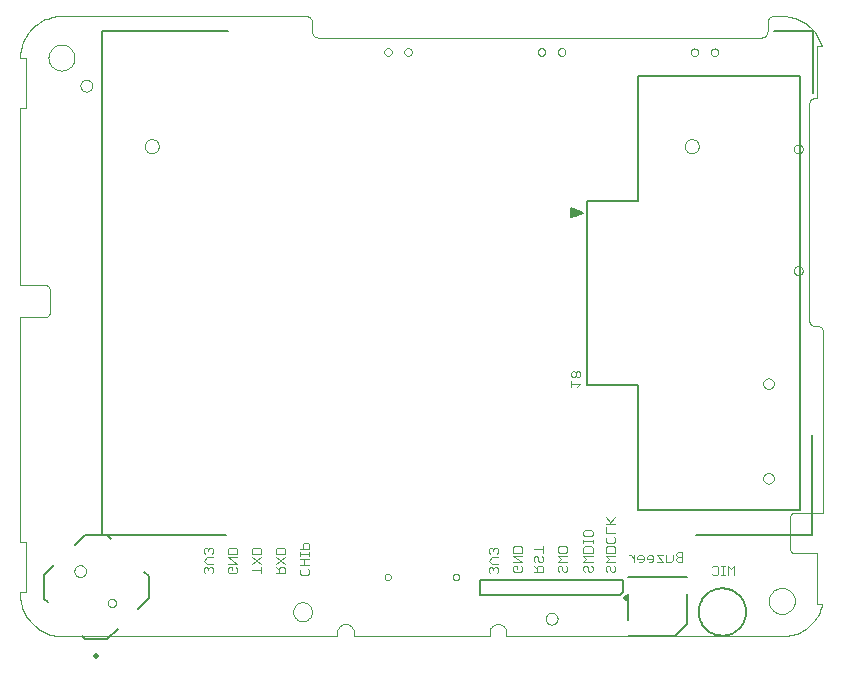
<source format=gbo>
G75*
G70*
%OFA0B0*%
%FSLAX24Y24*%
%IPPOS*%
%LPD*%
%AMOC8*
5,1,8,0,0,1.08239X$1,22.5*
%
%ADD10C,0.0040*%
%ADD11C,0.0000*%
%ADD12C,0.0060*%
%ADD13C,0.0000*%
%ADD14C,0.0050*%
%ADD15C,0.0200*%
D10*
X006775Y003647D02*
X006827Y003596D01*
X006775Y003647D02*
X006775Y003751D01*
X006827Y003802D01*
X006878Y003802D01*
X006930Y003751D01*
X006930Y003699D01*
X006930Y003751D02*
X006982Y003802D01*
X007034Y003802D01*
X007085Y003751D01*
X007085Y003647D01*
X007034Y003596D01*
X007085Y003918D02*
X006878Y003918D01*
X006775Y004021D01*
X006878Y004125D01*
X007085Y004125D01*
X007034Y004240D02*
X007085Y004292D01*
X007085Y004395D01*
X007034Y004447D01*
X006982Y004447D01*
X006930Y004395D01*
X006878Y004447D01*
X006827Y004447D01*
X006775Y004395D01*
X006775Y004292D01*
X006827Y004240D01*
X006930Y004343D02*
X006930Y004395D01*
X007575Y004395D02*
X007627Y004447D01*
X007834Y004447D01*
X007885Y004395D01*
X007885Y004240D01*
X007575Y004240D01*
X007575Y004395D01*
X007575Y004125D02*
X007885Y004125D01*
X007885Y003918D02*
X007575Y004125D01*
X007575Y003918D02*
X007885Y003918D01*
X007834Y003802D02*
X007885Y003751D01*
X007885Y003647D01*
X007834Y003596D01*
X007627Y003596D01*
X007575Y003647D01*
X007575Y003751D01*
X007627Y003802D01*
X007730Y003802D01*
X007730Y003699D01*
X008375Y003699D02*
X008685Y003699D01*
X008685Y003596D02*
X008685Y003802D01*
X008685Y003918D02*
X008375Y004125D01*
X008375Y004240D02*
X008375Y004395D01*
X008427Y004447D01*
X008634Y004447D01*
X008685Y004395D01*
X008685Y004240D01*
X008375Y004240D01*
X008375Y003918D02*
X008685Y004125D01*
X009175Y004125D02*
X009485Y003918D01*
X009434Y003802D02*
X009485Y003751D01*
X009485Y003596D01*
X009175Y003596D01*
X009278Y003596D02*
X009278Y003751D01*
X009330Y003802D01*
X009434Y003802D01*
X009278Y003699D02*
X009175Y003802D01*
X009175Y003918D02*
X009485Y004125D01*
X009485Y004240D02*
X009175Y004240D01*
X009175Y004395D01*
X009227Y004447D01*
X009434Y004447D01*
X009485Y004395D01*
X009485Y004240D01*
X009975Y004242D02*
X010285Y004242D01*
X010285Y004293D02*
X010285Y004190D01*
X010285Y004075D02*
X009975Y004075D01*
X009975Y004190D02*
X009975Y004293D01*
X009975Y004405D02*
X010285Y004405D01*
X010285Y004560D01*
X010234Y004612D01*
X010130Y004612D01*
X010078Y004560D01*
X010078Y004405D01*
X010130Y004075D02*
X010130Y003868D01*
X009975Y003868D02*
X010285Y003868D01*
X010234Y003752D02*
X010285Y003701D01*
X010285Y003597D01*
X010234Y003546D01*
X010027Y003546D01*
X009975Y003597D01*
X009975Y003701D01*
X010027Y003752D01*
X016275Y003751D02*
X016275Y003647D01*
X016327Y003596D01*
X016430Y003699D02*
X016430Y003751D01*
X016378Y003802D01*
X016327Y003802D01*
X016275Y003751D01*
X016430Y003751D02*
X016482Y003802D01*
X016534Y003802D01*
X016585Y003751D01*
X016585Y003647D01*
X016534Y003596D01*
X016585Y003918D02*
X016378Y003918D01*
X016275Y004021D01*
X016378Y004125D01*
X016585Y004125D01*
X016534Y004240D02*
X016585Y004292D01*
X016585Y004395D01*
X016534Y004447D01*
X016482Y004447D01*
X016430Y004395D01*
X016378Y004447D01*
X016327Y004447D01*
X016275Y004395D01*
X016275Y004292D01*
X016327Y004240D01*
X016430Y004343D02*
X016430Y004395D01*
X017075Y004445D02*
X017127Y004497D01*
X017334Y004497D01*
X017385Y004445D01*
X017385Y004290D01*
X017075Y004290D01*
X017075Y004445D01*
X017775Y004393D02*
X018085Y004393D01*
X018085Y004290D02*
X018085Y004497D01*
X018575Y004445D02*
X018575Y004342D01*
X018627Y004290D01*
X018834Y004290D01*
X018885Y004342D01*
X018885Y004445D01*
X018834Y004497D01*
X018627Y004497D01*
X018575Y004445D01*
X019425Y004445D02*
X019425Y004290D01*
X019735Y004290D01*
X019735Y004445D01*
X019684Y004497D01*
X019477Y004497D01*
X019425Y004445D01*
X019425Y004612D02*
X019425Y004716D01*
X019425Y004664D02*
X019735Y004664D01*
X019735Y004612D02*
X019735Y004716D01*
X019684Y004827D02*
X019477Y004827D01*
X019425Y004879D01*
X019425Y004982D01*
X019477Y005034D01*
X019684Y005034D01*
X019735Y004982D01*
X019735Y004879D01*
X019684Y004827D01*
X020175Y004767D02*
X020227Y004819D01*
X020175Y004767D02*
X020175Y004664D01*
X020227Y004612D01*
X020434Y004612D01*
X020485Y004664D01*
X020485Y004767D01*
X020434Y004819D01*
X020485Y004935D02*
X020175Y004935D01*
X020175Y005141D01*
X020175Y005257D02*
X020485Y005257D01*
X020330Y005309D02*
X020175Y005464D01*
X020278Y005257D02*
X020485Y005464D01*
X020434Y004497D02*
X020227Y004497D01*
X020175Y004445D01*
X020175Y004290D01*
X020485Y004290D01*
X020485Y004445D01*
X020434Y004497D01*
X020485Y004175D02*
X020175Y004175D01*
X020278Y004071D01*
X020175Y003968D01*
X020485Y003968D01*
X020434Y003852D02*
X020485Y003801D01*
X020485Y003697D01*
X020434Y003646D01*
X020382Y003646D01*
X020330Y003697D01*
X020330Y003801D01*
X020278Y003852D01*
X020227Y003852D01*
X020175Y003801D01*
X020175Y003697D01*
X020227Y003646D01*
X019735Y003697D02*
X019684Y003646D01*
X019632Y003646D01*
X019580Y003697D01*
X019580Y003801D01*
X019528Y003852D01*
X019477Y003852D01*
X019425Y003801D01*
X019425Y003697D01*
X019477Y003646D01*
X019735Y003697D02*
X019735Y003801D01*
X019684Y003852D01*
X019735Y003968D02*
X019425Y003968D01*
X019528Y004071D01*
X019425Y004175D01*
X019735Y004175D01*
X018885Y004175D02*
X018575Y004175D01*
X018678Y004071D01*
X018575Y003968D01*
X018885Y003968D01*
X018834Y003852D02*
X018885Y003801D01*
X018885Y003697D01*
X018834Y003646D01*
X018782Y003646D01*
X018730Y003697D01*
X018730Y003801D01*
X018678Y003852D01*
X018627Y003852D01*
X018575Y003801D01*
X018575Y003697D01*
X018627Y003646D01*
X018085Y003646D02*
X018085Y003801D01*
X018034Y003852D01*
X017930Y003852D01*
X017878Y003801D01*
X017878Y003646D01*
X017878Y003749D02*
X017775Y003852D01*
X017827Y003968D02*
X017775Y004020D01*
X017775Y004123D01*
X017827Y004175D01*
X017878Y004175D01*
X017930Y004123D01*
X017930Y004020D01*
X017982Y003968D01*
X018034Y003968D01*
X018085Y004020D01*
X018085Y004123D01*
X018034Y004175D01*
X017385Y004175D02*
X017075Y004175D01*
X017385Y003968D01*
X017075Y003968D01*
X017127Y003852D02*
X017230Y003852D01*
X017230Y003749D01*
X017127Y003852D02*
X017075Y003801D01*
X017075Y003697D01*
X017127Y003646D01*
X017334Y003646D01*
X017385Y003697D01*
X017385Y003801D01*
X017334Y003852D01*
X017775Y003646D02*
X018085Y003646D01*
X020961Y004192D02*
X021013Y004192D01*
X021116Y004088D01*
X021116Y003985D02*
X021116Y004192D01*
X021231Y004140D02*
X021231Y004088D01*
X021438Y004088D01*
X021438Y004037D02*
X021438Y004140D01*
X021387Y004192D01*
X021283Y004192D01*
X021231Y004140D01*
X021283Y003985D02*
X021387Y003985D01*
X021438Y004037D01*
X021554Y004088D02*
X021761Y004088D01*
X021761Y004037D02*
X021761Y004140D01*
X021709Y004192D01*
X021605Y004192D01*
X021554Y004140D01*
X021554Y004088D01*
X021605Y003985D02*
X021709Y003985D01*
X021761Y004037D01*
X021876Y003985D02*
X022083Y003985D01*
X021876Y004192D01*
X022083Y004192D01*
X022198Y004192D02*
X022198Y003985D01*
X022353Y003985D01*
X022405Y004037D01*
X022405Y004192D01*
X022521Y004192D02*
X022572Y004140D01*
X022727Y004140D01*
X022572Y004140D02*
X022521Y004088D01*
X022521Y004037D01*
X022572Y003985D01*
X022727Y003985D01*
X022727Y004295D01*
X022572Y004295D01*
X022521Y004243D01*
X022521Y004192D01*
X023713Y003793D02*
X023765Y003845D01*
X023868Y003845D01*
X023920Y003793D01*
X023920Y003587D01*
X023868Y003535D01*
X023765Y003535D01*
X023713Y003587D01*
X024031Y003535D02*
X024135Y003535D01*
X024083Y003535D02*
X024083Y003845D01*
X024135Y003845D02*
X024031Y003845D01*
X024250Y003845D02*
X024250Y003535D01*
X024457Y003535D02*
X024457Y003845D01*
X024353Y003742D01*
X024250Y003845D01*
X019223Y009810D02*
X019326Y009914D01*
X019016Y009914D01*
X019016Y010017D02*
X019016Y009810D01*
X019068Y010133D02*
X019120Y010133D01*
X019171Y010184D01*
X019171Y010288D01*
X019120Y010339D01*
X019068Y010339D01*
X019016Y010288D01*
X019016Y010184D01*
X019068Y010133D01*
X019171Y010184D02*
X019223Y010133D01*
X019275Y010133D01*
X019326Y010184D01*
X019326Y010288D01*
X019275Y010339D01*
X019223Y010339D01*
X019171Y010288D01*
D11*
X026953Y012034D02*
X026953Y012034D01*
X026953Y012034D01*
X026953Y012034D01*
X026953Y012034D01*
X026953Y012034D01*
X026953Y012034D01*
X026953Y012034D01*
X026953Y012034D01*
X026953Y012034D01*
X026953Y012034D01*
X026953Y019239D01*
X026953Y019239D01*
X026953Y019239D01*
X026953Y019239D01*
X026953Y019239D01*
X026953Y019239D01*
X026953Y019239D01*
X026953Y019239D01*
X026953Y019239D01*
X026953Y019239D01*
X026953Y019239D01*
X026955Y019265D01*
X026960Y019290D01*
X026968Y019314D01*
X026979Y019338D01*
X026994Y019359D01*
X027011Y019378D01*
X027030Y019395D01*
X027051Y019410D01*
X027075Y019421D01*
X027099Y019429D01*
X027124Y019434D01*
X027150Y019436D01*
X027229Y019436D01*
X027229Y021182D01*
X027368Y021182D01*
X027369Y021183D02*
X027346Y021253D01*
X027319Y021321D01*
X027289Y021388D01*
X027255Y021454D01*
X027218Y021517D01*
X027177Y021578D01*
X027134Y021638D01*
X027087Y021694D01*
X027037Y021748D01*
X026985Y021800D01*
X026929Y021848D01*
X026872Y021894D01*
X026811Y021936D01*
X026749Y021975D01*
X026685Y022011D01*
X026619Y022043D01*
X026551Y022072D01*
X026482Y022097D01*
X026411Y022118D01*
X026340Y022136D01*
X026268Y022149D01*
X026195Y022159D01*
X026122Y022165D01*
X026048Y022167D01*
X025764Y022167D01*
X025764Y022167D01*
X025764Y022167D01*
X025764Y022167D01*
X025764Y022167D01*
X025764Y022167D01*
X025764Y022167D01*
X025764Y022167D01*
X025764Y022167D01*
X025764Y022167D01*
X025764Y022167D01*
X025738Y022165D01*
X025712Y022160D01*
X025688Y022152D01*
X025664Y022140D01*
X025643Y022125D01*
X025623Y022108D01*
X025606Y022088D01*
X025592Y022066D01*
X025581Y022042D01*
X025573Y022017D01*
X025568Y021991D01*
X025567Y021965D01*
X025567Y021965D01*
X025567Y021965D01*
X025567Y021965D01*
X025567Y021965D01*
X025567Y021965D01*
X025567Y021965D01*
X025567Y021965D01*
X025567Y021965D01*
X025567Y021965D01*
X025567Y021965D01*
X025567Y021663D01*
X025567Y021663D01*
X025567Y021663D01*
X025567Y021663D01*
X025567Y021663D01*
X025567Y021663D01*
X025567Y021663D01*
X025567Y021663D01*
X025567Y021663D01*
X025567Y021663D01*
X025567Y021663D01*
X025566Y021637D01*
X025561Y021611D01*
X025553Y021586D01*
X025542Y021562D01*
X025528Y021540D01*
X025511Y021520D01*
X025491Y021502D01*
X025470Y021487D01*
X025447Y021475D01*
X025422Y021466D01*
X025396Y021460D01*
X025370Y021458D01*
X010583Y021458D01*
X010583Y021458D01*
X010583Y021458D01*
X010583Y021458D01*
X010583Y021458D01*
X010583Y021458D01*
X010583Y021458D01*
X010583Y021458D01*
X010583Y021458D01*
X010583Y021458D01*
X010583Y021458D01*
X010557Y021460D01*
X010532Y021465D01*
X010508Y021473D01*
X010484Y021484D01*
X010463Y021499D01*
X010444Y021516D01*
X010427Y021535D01*
X010412Y021556D01*
X010401Y021580D01*
X010393Y021604D01*
X010388Y021629D01*
X010386Y021655D01*
X010387Y021655D02*
X010387Y021970D01*
X010387Y021970D01*
X010387Y021970D01*
X010387Y021970D01*
X010387Y021970D01*
X010387Y021970D01*
X010387Y021970D01*
X010387Y021970D01*
X010387Y021970D01*
X010387Y021970D01*
X010387Y021970D01*
X010385Y021996D01*
X010380Y022021D01*
X010372Y022045D01*
X010361Y022069D01*
X010346Y022090D01*
X010329Y022109D01*
X010310Y022126D01*
X010289Y022141D01*
X010265Y022152D01*
X010241Y022160D01*
X010216Y022165D01*
X010190Y022167D01*
X001926Y022167D01*
X001924Y022167D01*
X002032Y022167D02*
X002032Y022167D01*
X002032Y022167D01*
X002032Y022167D01*
X002032Y022167D01*
X002032Y022167D01*
X002032Y022167D01*
X002032Y022167D01*
X002032Y022167D01*
X002032Y022167D01*
X002032Y022167D01*
X001599Y020789D02*
X001601Y020830D01*
X001607Y020871D01*
X001617Y020911D01*
X001630Y020950D01*
X001647Y020987D01*
X001668Y021023D01*
X001692Y021057D01*
X001719Y021088D01*
X001748Y021116D01*
X001781Y021142D01*
X001815Y021164D01*
X001852Y021183D01*
X001890Y021198D01*
X001930Y021210D01*
X001970Y021218D01*
X002011Y021222D01*
X002053Y021222D01*
X002094Y021218D01*
X002134Y021210D01*
X002174Y021198D01*
X002212Y021183D01*
X002248Y021164D01*
X002283Y021142D01*
X002316Y021116D01*
X002345Y021088D01*
X002372Y021057D01*
X002396Y021023D01*
X002417Y020987D01*
X002434Y020950D01*
X002447Y020911D01*
X002457Y020871D01*
X002463Y020830D01*
X002465Y020789D01*
X002463Y020748D01*
X002457Y020707D01*
X002447Y020667D01*
X002434Y020628D01*
X002417Y020591D01*
X002396Y020555D01*
X002372Y020521D01*
X002345Y020490D01*
X002316Y020462D01*
X002283Y020436D01*
X002249Y020414D01*
X002212Y020395D01*
X002174Y020380D01*
X002134Y020368D01*
X002094Y020360D01*
X002053Y020356D01*
X002011Y020356D01*
X001970Y020360D01*
X001930Y020368D01*
X001890Y020380D01*
X001852Y020395D01*
X001816Y020414D01*
X001781Y020436D01*
X001748Y020462D01*
X001719Y020490D01*
X001692Y020521D01*
X001668Y020555D01*
X001647Y020591D01*
X001630Y020628D01*
X001617Y020667D01*
X001607Y020707D01*
X001601Y020748D01*
X001599Y020789D01*
X000654Y020789D02*
X000656Y020863D01*
X000662Y020936D01*
X000672Y021009D01*
X000686Y021081D01*
X000703Y021153D01*
X000725Y021223D01*
X000750Y021292D01*
X000778Y021360D01*
X000811Y021426D01*
X000846Y021490D01*
X000885Y021553D01*
X000928Y021613D01*
X000973Y021671D01*
X001022Y021726D01*
X001073Y021779D01*
X001127Y021829D01*
X001183Y021876D01*
X001242Y021920D01*
X001304Y021960D01*
X001367Y021998D01*
X001432Y022032D01*
X001499Y022062D01*
X001568Y022089D01*
X001638Y022112D01*
X001708Y022132D01*
X001780Y022147D01*
X001853Y022159D01*
X001926Y022167D01*
X000851Y020789D02*
X000654Y020789D01*
X000654Y020789D01*
X000851Y020789D02*
X000851Y020789D01*
X000851Y020789D01*
X000851Y020789D01*
X000851Y020789D01*
X000851Y020789D01*
X000851Y019107D01*
X000851Y019107D01*
X000851Y019107D01*
X000851Y019107D01*
X000851Y019107D01*
X000851Y019107D01*
X000654Y019107D01*
X000654Y013202D01*
X000654Y013202D01*
X000654Y013202D01*
X000654Y013202D01*
X000654Y013202D01*
X000654Y013202D01*
X001500Y013202D01*
X001500Y013202D01*
X001500Y013202D01*
X001500Y013202D01*
X001500Y013202D01*
X001500Y013202D01*
X001500Y013202D01*
X001500Y013202D01*
X001500Y013202D01*
X001500Y013202D01*
X001500Y013202D01*
X001522Y013200D01*
X001543Y013195D01*
X001563Y013187D01*
X001581Y013176D01*
X001598Y013162D01*
X001612Y013145D01*
X001623Y013127D01*
X001631Y013107D01*
X001636Y013086D01*
X001638Y013064D01*
X001638Y012277D01*
X001638Y012277D01*
X001638Y012277D01*
X001638Y012277D01*
X001638Y012277D01*
X001638Y012277D01*
X001638Y012277D01*
X001638Y012277D01*
X001638Y012277D01*
X001638Y012277D01*
X001638Y012277D01*
X001636Y012255D01*
X001631Y012234D01*
X001623Y012214D01*
X001612Y012196D01*
X001598Y012179D01*
X001581Y012165D01*
X001563Y012154D01*
X001543Y012146D01*
X001522Y012141D01*
X001500Y012139D01*
X000654Y012139D01*
X000654Y012139D01*
X000654Y012139D01*
X000654Y012139D01*
X000654Y012139D01*
X000654Y012139D01*
X000654Y004647D01*
X000851Y004647D01*
X000851Y002966D01*
X000654Y002966D01*
X000654Y002965D02*
X000653Y002891D01*
X000657Y002816D01*
X000665Y002742D01*
X000676Y002669D01*
X000691Y002596D01*
X000710Y002524D01*
X000733Y002453D01*
X000760Y002383D01*
X000790Y002315D01*
X000823Y002249D01*
X000860Y002184D01*
X000900Y002121D01*
X000944Y002061D01*
X000991Y002003D01*
X001040Y001947D01*
X001092Y001894D01*
X001148Y001844D01*
X001205Y001797D01*
X001265Y001752D01*
X001327Y001712D01*
X001392Y001674D01*
X001458Y001640D01*
X001526Y001609D01*
X001595Y001582D01*
X001666Y001558D01*
X001737Y001538D01*
X001810Y001522D01*
X001884Y001510D01*
X001958Y001501D01*
X002032Y001497D01*
X002032Y001497D01*
X002032Y001497D01*
X002032Y001497D01*
X002032Y001497D01*
X002032Y001497D01*
X002032Y001497D01*
X002032Y001497D01*
X002032Y001497D01*
X002032Y001497D01*
X002032Y001497D01*
X011226Y001497D01*
X011226Y001497D01*
X011226Y001497D01*
X011226Y001497D01*
X011226Y001497D01*
X011226Y001497D01*
X011226Y001497D01*
X011226Y001497D01*
X011226Y001497D01*
X011226Y001497D01*
X011226Y001497D01*
X011226Y001635D01*
X011226Y001635D01*
X011226Y001635D01*
X011226Y001635D01*
X011226Y001635D01*
X011226Y001635D01*
X011226Y001635D01*
X011226Y001635D01*
X011226Y001635D01*
X011226Y001635D01*
X011226Y001635D01*
X011228Y001667D01*
X011233Y001698D01*
X011243Y001729D01*
X011255Y001758D01*
X011271Y001786D01*
X011290Y001812D01*
X011312Y001835D01*
X011337Y001856D01*
X011364Y001873D01*
X011392Y001888D01*
X011422Y001898D01*
X011453Y001906D01*
X011485Y001910D01*
X011517Y001910D01*
X011549Y001906D01*
X011580Y001898D01*
X011610Y001888D01*
X011639Y001873D01*
X011665Y001856D01*
X011690Y001835D01*
X011712Y001812D01*
X011731Y001786D01*
X011747Y001758D01*
X011759Y001729D01*
X011769Y001698D01*
X011774Y001667D01*
X011776Y001635D01*
X011776Y001635D01*
X011776Y001635D01*
X011776Y001635D01*
X011776Y001635D01*
X011776Y001635D01*
X011776Y001635D01*
X011776Y001635D01*
X011776Y001635D01*
X011776Y001635D01*
X011776Y001635D01*
X011776Y001497D01*
X011776Y001497D01*
X011776Y001497D01*
X011776Y001497D01*
X011776Y001497D01*
X011776Y001497D01*
X011776Y001497D01*
X011776Y001497D01*
X011776Y001497D01*
X011776Y001497D01*
X011776Y001497D01*
X016304Y001497D01*
X016304Y001497D01*
X016304Y001497D01*
X016304Y001497D01*
X016304Y001497D01*
X016304Y001497D01*
X016304Y001497D01*
X016304Y001497D01*
X016304Y001497D01*
X016304Y001497D01*
X016304Y001497D01*
X016304Y001635D01*
X016304Y001635D01*
X016304Y001635D01*
X016304Y001635D01*
X016304Y001635D01*
X016304Y001635D01*
X016304Y001635D01*
X016304Y001635D01*
X016304Y001635D01*
X016304Y001635D01*
X016304Y001635D01*
X016306Y001667D01*
X016311Y001699D01*
X016321Y001729D01*
X016333Y001759D01*
X016349Y001787D01*
X016369Y001812D01*
X016391Y001836D01*
X016415Y001856D01*
X016442Y001874D01*
X016471Y001888D01*
X016501Y001899D01*
X016532Y001907D01*
X016564Y001911D01*
X016596Y001911D01*
X016628Y001907D01*
X016659Y001899D01*
X016689Y001888D01*
X016718Y001874D01*
X016745Y001856D01*
X016769Y001836D01*
X016791Y001812D01*
X016811Y001787D01*
X016827Y001759D01*
X016839Y001729D01*
X016849Y001699D01*
X016854Y001667D01*
X016856Y001635D01*
X016856Y001497D01*
X016856Y001497D01*
X016856Y001497D01*
X016856Y001497D01*
X016856Y001497D01*
X016856Y001497D01*
X026048Y001497D01*
X026048Y001497D01*
X026048Y001497D01*
X026048Y001497D01*
X026048Y001497D01*
X026048Y001497D01*
X026048Y001497D01*
X026048Y001497D01*
X026048Y001497D01*
X026048Y001497D01*
X026048Y001497D01*
X025615Y002678D02*
X025617Y002719D01*
X025623Y002760D01*
X025633Y002800D01*
X025646Y002839D01*
X025663Y002876D01*
X025684Y002912D01*
X025708Y002946D01*
X025735Y002977D01*
X025764Y003005D01*
X025797Y003031D01*
X025831Y003053D01*
X025868Y003072D01*
X025906Y003087D01*
X025946Y003099D01*
X025986Y003107D01*
X026027Y003111D01*
X026069Y003111D01*
X026110Y003107D01*
X026150Y003099D01*
X026190Y003087D01*
X026228Y003072D01*
X026264Y003053D01*
X026299Y003031D01*
X026332Y003005D01*
X026361Y002977D01*
X026388Y002946D01*
X026412Y002912D01*
X026433Y002876D01*
X026450Y002839D01*
X026463Y002800D01*
X026473Y002760D01*
X026479Y002719D01*
X026481Y002678D01*
X026479Y002637D01*
X026473Y002596D01*
X026463Y002556D01*
X026450Y002517D01*
X026433Y002480D01*
X026412Y002444D01*
X026388Y002410D01*
X026361Y002379D01*
X026332Y002351D01*
X026299Y002325D01*
X026265Y002303D01*
X026228Y002284D01*
X026190Y002269D01*
X026150Y002257D01*
X026110Y002249D01*
X026069Y002245D01*
X026027Y002245D01*
X025986Y002249D01*
X025946Y002257D01*
X025906Y002269D01*
X025868Y002284D01*
X025832Y002303D01*
X025797Y002325D01*
X025764Y002351D01*
X025735Y002379D01*
X025708Y002410D01*
X025684Y002444D01*
X025663Y002480D01*
X025646Y002517D01*
X025633Y002556D01*
X025623Y002596D01*
X025617Y002637D01*
X025615Y002678D01*
X026048Y001497D02*
X026119Y001499D01*
X026191Y001504D01*
X026262Y001514D01*
X026332Y001527D01*
X026402Y001543D01*
X026470Y001563D01*
X026538Y001587D01*
X026604Y001614D01*
X026668Y001645D01*
X026731Y001678D01*
X026792Y001715D01*
X026852Y001756D01*
X026909Y001799D01*
X026963Y001845D01*
X027015Y001894D01*
X027065Y001945D01*
X027112Y001999D01*
X027156Y002056D01*
X027197Y002114D01*
X027235Y002175D01*
X027269Y002237D01*
X027301Y002301D01*
X027329Y002367D01*
X027354Y002434D01*
X027375Y002503D01*
X027392Y002572D01*
X027229Y002572D01*
X027229Y004268D01*
X026460Y004268D01*
X026460Y004268D01*
X026460Y004268D01*
X026460Y004268D01*
X026460Y004268D01*
X026460Y004268D01*
X026460Y004268D01*
X026460Y004268D01*
X026460Y004268D01*
X026460Y004268D01*
X026460Y004268D01*
X026438Y004270D01*
X026417Y004275D01*
X026397Y004283D01*
X026379Y004294D01*
X026362Y004308D01*
X026348Y004325D01*
X026337Y004343D01*
X026329Y004363D01*
X026324Y004384D01*
X026322Y004406D01*
X026322Y005469D01*
X026322Y005469D01*
X026322Y005469D01*
X026322Y005469D01*
X026322Y005469D01*
X026322Y005469D01*
X026322Y005469D01*
X026322Y005469D01*
X026322Y005469D01*
X026322Y005469D01*
X026322Y005469D01*
X026324Y005491D01*
X026329Y005512D01*
X026337Y005532D01*
X026348Y005550D01*
X026362Y005567D01*
X026379Y005581D01*
X026397Y005592D01*
X026417Y005600D01*
X026438Y005605D01*
X026460Y005607D01*
X026460Y005607D01*
X026460Y005607D01*
X026460Y005607D01*
X026460Y005607D01*
X026460Y005607D01*
X026460Y005607D01*
X026460Y005607D01*
X026460Y005607D01*
X026460Y005607D01*
X026460Y005607D01*
X027426Y005607D01*
X027426Y005607D01*
X027426Y005607D01*
X027426Y005607D01*
X027426Y005607D01*
X027426Y005607D01*
X027426Y011640D01*
X027426Y011640D01*
X027426Y011640D01*
X027426Y011640D01*
X027426Y011640D01*
X027426Y011640D01*
X027426Y011640D01*
X027426Y011640D01*
X027426Y011640D01*
X027426Y011640D01*
X027426Y011640D01*
X027424Y011666D01*
X027419Y011691D01*
X027411Y011715D01*
X027400Y011739D01*
X027385Y011760D01*
X027368Y011779D01*
X027349Y011796D01*
X027328Y011811D01*
X027304Y011822D01*
X027280Y011830D01*
X027255Y011835D01*
X027229Y011837D01*
X027229Y011837D01*
X027229Y011837D01*
X027229Y011837D01*
X027229Y011837D01*
X027229Y011837D01*
X027229Y011837D01*
X027229Y011837D01*
X027229Y011837D01*
X027229Y011837D01*
X027229Y011837D01*
X027150Y011837D01*
X027150Y011837D01*
X027150Y011837D01*
X027150Y011837D01*
X027150Y011837D01*
X027150Y011837D01*
X027150Y011837D01*
X027150Y011837D01*
X027150Y011837D01*
X027150Y011837D01*
X027150Y011837D01*
X027124Y011839D01*
X027099Y011844D01*
X027075Y011852D01*
X027051Y011863D01*
X027030Y011878D01*
X027011Y011895D01*
X026994Y011914D01*
X026979Y011935D01*
X026968Y011959D01*
X026960Y011983D01*
X026955Y012008D01*
X026953Y012034D01*
X027426Y005607D02*
X027426Y005607D01*
X027426Y005607D01*
X027426Y005607D01*
X027426Y005607D01*
X027426Y005607D01*
X026322Y004406D02*
X026322Y004406D01*
X026322Y004406D01*
X026322Y004406D01*
X026322Y004406D01*
X026322Y004406D01*
X026322Y004406D01*
X026322Y004406D01*
X026322Y004406D01*
X026322Y004406D01*
X026322Y004406D01*
X018175Y002083D02*
X018177Y002110D01*
X018183Y002137D01*
X018192Y002163D01*
X018205Y002187D01*
X018221Y002210D01*
X018240Y002229D01*
X018262Y002246D01*
X018286Y002260D01*
X018311Y002270D01*
X018338Y002277D01*
X018365Y002280D01*
X018393Y002279D01*
X018420Y002274D01*
X018446Y002266D01*
X018470Y002254D01*
X018493Y002238D01*
X018514Y002220D01*
X018531Y002199D01*
X018546Y002175D01*
X018557Y002150D01*
X018565Y002124D01*
X018569Y002097D01*
X018569Y002069D01*
X018565Y002042D01*
X018557Y002016D01*
X018546Y001991D01*
X018531Y001967D01*
X018514Y001946D01*
X018493Y001928D01*
X018471Y001912D01*
X018446Y001900D01*
X018420Y001892D01*
X018393Y001887D01*
X018365Y001886D01*
X018338Y001889D01*
X018311Y001896D01*
X018286Y001906D01*
X018262Y001920D01*
X018240Y001937D01*
X018221Y001956D01*
X018205Y001979D01*
X018192Y002003D01*
X018183Y002029D01*
X018177Y002056D01*
X018175Y002083D01*
X016856Y001635D02*
X016856Y001635D01*
X016856Y001635D01*
X016856Y001635D01*
X016856Y001635D01*
X016856Y001635D01*
X016856Y001635D01*
X016856Y001635D01*
X016856Y001635D01*
X016856Y001635D01*
X016856Y001635D01*
X016856Y001497D02*
X016856Y001497D01*
X016856Y001497D01*
X016856Y001497D01*
X016856Y001497D01*
X016856Y001497D01*
X001500Y012139D02*
X001500Y012139D01*
X001500Y012139D01*
X001500Y012139D01*
X001500Y012139D01*
X001500Y012139D01*
X001500Y012139D01*
X001500Y012139D01*
X001500Y012139D01*
X001500Y012139D01*
X001500Y012139D01*
X000654Y012139D02*
X000654Y012139D01*
X000654Y012139D01*
X000654Y012139D01*
X000654Y012139D01*
X000654Y012139D01*
X000654Y013202D02*
X000654Y013202D01*
X000654Y013202D01*
X000654Y013202D01*
X000654Y013202D01*
X000654Y013202D01*
X001638Y013064D02*
X001638Y013064D01*
X001638Y013064D01*
X001638Y013064D01*
X001638Y013064D01*
X001638Y013064D01*
X001638Y013064D01*
X001638Y013064D01*
X001638Y013064D01*
X001638Y013064D01*
X001638Y013064D01*
X000851Y019107D02*
X000851Y019107D01*
X000851Y019107D01*
X000851Y019107D01*
X000851Y019107D01*
X000851Y019107D01*
X002663Y019853D02*
X002665Y019880D01*
X002671Y019907D01*
X002680Y019933D01*
X002693Y019957D01*
X002709Y019980D01*
X002728Y019999D01*
X002750Y020016D01*
X002774Y020030D01*
X002799Y020040D01*
X002826Y020047D01*
X002853Y020050D01*
X002881Y020049D01*
X002908Y020044D01*
X002934Y020036D01*
X002958Y020024D01*
X002981Y020008D01*
X003002Y019990D01*
X003019Y019969D01*
X003034Y019945D01*
X003045Y019920D01*
X003053Y019894D01*
X003057Y019867D01*
X003057Y019839D01*
X003053Y019812D01*
X003045Y019786D01*
X003034Y019761D01*
X003019Y019737D01*
X003002Y019716D01*
X002981Y019698D01*
X002959Y019682D01*
X002934Y019670D01*
X002908Y019662D01*
X002881Y019657D01*
X002853Y019656D01*
X002826Y019659D01*
X002799Y019666D01*
X002774Y019676D01*
X002750Y019690D01*
X002728Y019707D01*
X002709Y019726D01*
X002693Y019749D01*
X002680Y019773D01*
X002671Y019799D01*
X002665Y019826D01*
X002663Y019853D01*
X000851Y020789D02*
X000851Y020789D01*
X000851Y020789D01*
X000851Y020789D01*
X000851Y020789D01*
X000851Y020789D01*
X010190Y022167D02*
X010190Y022167D01*
X010190Y022167D01*
X010190Y022167D01*
X010190Y022167D01*
X010190Y022167D01*
X010190Y022167D01*
X010190Y022167D01*
X010190Y022167D01*
X010190Y022167D01*
X010190Y022167D01*
X010387Y021655D02*
X010387Y021655D01*
X010387Y021655D01*
X010387Y021655D01*
X010387Y021655D01*
X010387Y021655D01*
X010387Y021655D01*
X010387Y021655D01*
X010387Y021655D01*
X010387Y021655D01*
X010387Y021655D01*
X025370Y021458D02*
X025370Y021458D01*
X025370Y021458D01*
X025370Y021458D01*
X025370Y021458D01*
X025370Y021458D01*
X025370Y021458D01*
X025370Y021458D01*
X025370Y021458D01*
X025370Y021458D01*
X025370Y021458D01*
X026048Y022167D02*
X026048Y022167D01*
X026048Y022167D01*
X026048Y022167D01*
X026048Y022167D01*
X026048Y022167D01*
X026048Y022167D01*
X026048Y022167D01*
X026048Y022167D01*
X026048Y022167D01*
X026048Y022167D01*
X027150Y019436D02*
X027150Y019436D01*
X027150Y019436D01*
X027150Y019436D01*
X027150Y019436D01*
X027150Y019436D01*
X027150Y019436D01*
X027150Y019436D01*
X027150Y019436D01*
X027150Y019436D01*
X027150Y019436D01*
D12*
X027088Y019619D02*
X027088Y021665D01*
X025792Y021665D01*
X007580Y021665D02*
X003368Y021665D01*
X003368Y004885D01*
X007522Y004885D01*
X023196Y004885D02*
X027060Y004885D01*
X027060Y008201D01*
D13*
X025424Y006766D02*
X025426Y006792D01*
X025432Y006818D01*
X025442Y006843D01*
X025455Y006866D01*
X025471Y006886D01*
X025491Y006904D01*
X025513Y006919D01*
X025536Y006931D01*
X025562Y006939D01*
X025588Y006943D01*
X025614Y006943D01*
X025640Y006939D01*
X025666Y006931D01*
X025690Y006919D01*
X025711Y006904D01*
X025731Y006886D01*
X025747Y006866D01*
X025760Y006843D01*
X025770Y006818D01*
X025776Y006792D01*
X025778Y006766D01*
X025776Y006740D01*
X025770Y006714D01*
X025760Y006689D01*
X025747Y006666D01*
X025731Y006646D01*
X025711Y006628D01*
X025689Y006613D01*
X025666Y006601D01*
X025640Y006593D01*
X025614Y006589D01*
X025588Y006589D01*
X025562Y006593D01*
X025536Y006601D01*
X025512Y006613D01*
X025491Y006628D01*
X025471Y006646D01*
X025455Y006666D01*
X025442Y006689D01*
X025432Y006714D01*
X025426Y006740D01*
X025424Y006766D01*
X025424Y009916D02*
X025426Y009942D01*
X025432Y009968D01*
X025442Y009993D01*
X025455Y010016D01*
X025471Y010036D01*
X025491Y010054D01*
X025513Y010069D01*
X025536Y010081D01*
X025562Y010089D01*
X025588Y010093D01*
X025614Y010093D01*
X025640Y010089D01*
X025666Y010081D01*
X025690Y010069D01*
X025711Y010054D01*
X025731Y010036D01*
X025747Y010016D01*
X025760Y009993D01*
X025770Y009968D01*
X025776Y009942D01*
X025778Y009916D01*
X025776Y009890D01*
X025770Y009864D01*
X025760Y009839D01*
X025747Y009816D01*
X025731Y009796D01*
X025711Y009778D01*
X025689Y009763D01*
X025666Y009751D01*
X025640Y009743D01*
X025614Y009739D01*
X025588Y009739D01*
X025562Y009743D01*
X025536Y009751D01*
X025512Y009763D01*
X025491Y009778D01*
X025471Y009796D01*
X025455Y009816D01*
X025442Y009839D01*
X025432Y009864D01*
X025426Y009890D01*
X025424Y009916D01*
X026448Y013687D02*
X026450Y013711D01*
X026456Y013734D01*
X026465Y013756D01*
X026478Y013776D01*
X026493Y013794D01*
X026512Y013809D01*
X026533Y013821D01*
X026555Y013829D01*
X026578Y013834D01*
X026602Y013835D01*
X026626Y013832D01*
X026648Y013825D01*
X026670Y013815D01*
X026690Y013802D01*
X026707Y013785D01*
X026721Y013766D01*
X026732Y013745D01*
X026740Y013722D01*
X026744Y013699D01*
X026744Y013675D01*
X026740Y013652D01*
X026732Y013629D01*
X026721Y013608D01*
X026707Y013589D01*
X026690Y013572D01*
X026670Y013559D01*
X026648Y013549D01*
X026626Y013542D01*
X026602Y013539D01*
X026578Y013540D01*
X026555Y013545D01*
X026533Y013553D01*
X026512Y013565D01*
X026493Y013580D01*
X026478Y013598D01*
X026465Y013618D01*
X026456Y013640D01*
X026450Y013663D01*
X026448Y013687D01*
X026448Y017742D02*
X026450Y017766D01*
X026456Y017789D01*
X026465Y017811D01*
X026478Y017831D01*
X026493Y017849D01*
X026512Y017864D01*
X026533Y017876D01*
X026555Y017884D01*
X026578Y017889D01*
X026602Y017890D01*
X026626Y017887D01*
X026648Y017880D01*
X026670Y017870D01*
X026690Y017857D01*
X026707Y017840D01*
X026721Y017821D01*
X026732Y017800D01*
X026740Y017777D01*
X026744Y017754D01*
X026744Y017730D01*
X026740Y017707D01*
X026732Y017684D01*
X026721Y017663D01*
X026707Y017644D01*
X026690Y017627D01*
X026670Y017614D01*
X026648Y017604D01*
X026626Y017597D01*
X026602Y017594D01*
X026578Y017595D01*
X026555Y017600D01*
X026533Y017608D01*
X026512Y017620D01*
X026493Y017635D01*
X026478Y017653D01*
X026465Y017673D01*
X026456Y017695D01*
X026450Y017718D01*
X026448Y017742D01*
X022806Y017834D02*
X022808Y017864D01*
X022814Y017894D01*
X022823Y017923D01*
X022836Y017950D01*
X022853Y017975D01*
X022872Y017998D01*
X022895Y018019D01*
X022920Y018036D01*
X022946Y018050D01*
X022975Y018060D01*
X023004Y018067D01*
X023034Y018070D01*
X023065Y018069D01*
X023095Y018064D01*
X023124Y018055D01*
X023151Y018043D01*
X023177Y018028D01*
X023201Y018009D01*
X023222Y017987D01*
X023240Y017963D01*
X023255Y017936D01*
X023266Y017908D01*
X023274Y017879D01*
X023278Y017849D01*
X023278Y017819D01*
X023274Y017789D01*
X023266Y017760D01*
X023255Y017732D01*
X023240Y017705D01*
X023222Y017681D01*
X023201Y017659D01*
X023177Y017640D01*
X023151Y017625D01*
X023124Y017613D01*
X023095Y017604D01*
X023065Y017599D01*
X023034Y017598D01*
X023004Y017601D01*
X022975Y017608D01*
X022946Y017618D01*
X022920Y017632D01*
X022895Y017649D01*
X022872Y017670D01*
X022853Y017693D01*
X022836Y017718D01*
X022823Y017745D01*
X022814Y017774D01*
X022808Y017804D01*
X022806Y017834D01*
X023005Y020965D02*
X023007Y020987D01*
X023013Y021009D01*
X023022Y021029D01*
X023035Y021047D01*
X023051Y021063D01*
X023069Y021076D01*
X023089Y021085D01*
X023111Y021091D01*
X023133Y021093D01*
X023155Y021091D01*
X023177Y021085D01*
X023197Y021076D01*
X023215Y021063D01*
X023231Y021047D01*
X023244Y021029D01*
X023253Y021009D01*
X023259Y020987D01*
X023261Y020965D01*
X023259Y020943D01*
X023253Y020921D01*
X023244Y020901D01*
X023231Y020883D01*
X023215Y020867D01*
X023197Y020854D01*
X023177Y020845D01*
X023155Y020839D01*
X023133Y020837D01*
X023111Y020839D01*
X023089Y020845D01*
X023069Y020854D01*
X023051Y020867D01*
X023035Y020883D01*
X023022Y020901D01*
X023013Y020921D01*
X023007Y020943D01*
X023005Y020965D01*
X023674Y020965D02*
X023676Y020987D01*
X023682Y021009D01*
X023691Y021029D01*
X023704Y021047D01*
X023720Y021063D01*
X023738Y021076D01*
X023758Y021085D01*
X023780Y021091D01*
X023802Y021093D01*
X023824Y021091D01*
X023846Y021085D01*
X023866Y021076D01*
X023884Y021063D01*
X023900Y021047D01*
X023913Y021029D01*
X023922Y021009D01*
X023928Y020987D01*
X023930Y020965D01*
X023928Y020943D01*
X023922Y020921D01*
X023913Y020901D01*
X023900Y020883D01*
X023884Y020867D01*
X023866Y020854D01*
X023846Y020845D01*
X023824Y020839D01*
X023802Y020837D01*
X023780Y020839D01*
X023758Y020845D01*
X023738Y020854D01*
X023720Y020867D01*
X023704Y020883D01*
X023691Y020901D01*
X023682Y020921D01*
X023676Y020943D01*
X023674Y020965D01*
X018576Y020974D02*
X018578Y020996D01*
X018584Y021018D01*
X018593Y021038D01*
X018606Y021056D01*
X018622Y021072D01*
X018640Y021085D01*
X018660Y021094D01*
X018682Y021100D01*
X018704Y021102D01*
X018726Y021100D01*
X018748Y021094D01*
X018768Y021085D01*
X018786Y021072D01*
X018802Y021056D01*
X018815Y021038D01*
X018824Y021018D01*
X018830Y020996D01*
X018832Y020974D01*
X018830Y020952D01*
X018824Y020930D01*
X018815Y020910D01*
X018802Y020892D01*
X018786Y020876D01*
X018768Y020863D01*
X018748Y020854D01*
X018726Y020848D01*
X018704Y020846D01*
X018682Y020848D01*
X018660Y020854D01*
X018640Y020863D01*
X018622Y020876D01*
X018606Y020892D01*
X018593Y020910D01*
X018584Y020930D01*
X018578Y020952D01*
X018576Y020974D01*
X017907Y020974D02*
X017909Y020996D01*
X017915Y021018D01*
X017924Y021038D01*
X017937Y021056D01*
X017953Y021072D01*
X017971Y021085D01*
X017991Y021094D01*
X018013Y021100D01*
X018035Y021102D01*
X018057Y021100D01*
X018079Y021094D01*
X018099Y021085D01*
X018117Y021072D01*
X018133Y021056D01*
X018146Y021038D01*
X018155Y021018D01*
X018161Y020996D01*
X018163Y020974D01*
X018161Y020952D01*
X018155Y020930D01*
X018146Y020910D01*
X018133Y020892D01*
X018117Y020876D01*
X018099Y020863D01*
X018079Y020854D01*
X018057Y020848D01*
X018035Y020846D01*
X018013Y020848D01*
X017991Y020854D01*
X017971Y020863D01*
X017953Y020876D01*
X017937Y020892D01*
X017924Y020910D01*
X017915Y020930D01*
X017909Y020952D01*
X017907Y020974D01*
X013458Y020976D02*
X013460Y020998D01*
X013466Y021020D01*
X013475Y021040D01*
X013488Y021058D01*
X013504Y021074D01*
X013522Y021087D01*
X013542Y021096D01*
X013564Y021102D01*
X013586Y021104D01*
X013608Y021102D01*
X013630Y021096D01*
X013650Y021087D01*
X013668Y021074D01*
X013684Y021058D01*
X013697Y021040D01*
X013706Y021020D01*
X013712Y020998D01*
X013714Y020976D01*
X013712Y020954D01*
X013706Y020932D01*
X013697Y020912D01*
X013684Y020894D01*
X013668Y020878D01*
X013650Y020865D01*
X013630Y020856D01*
X013608Y020850D01*
X013586Y020848D01*
X013564Y020850D01*
X013542Y020856D01*
X013522Y020865D01*
X013504Y020878D01*
X013488Y020894D01*
X013475Y020912D01*
X013466Y020932D01*
X013460Y020954D01*
X013458Y020976D01*
X012788Y020976D02*
X012790Y020998D01*
X012796Y021020D01*
X012805Y021040D01*
X012818Y021058D01*
X012834Y021074D01*
X012852Y021087D01*
X012872Y021096D01*
X012894Y021102D01*
X012916Y021104D01*
X012938Y021102D01*
X012960Y021096D01*
X012980Y021087D01*
X012998Y021074D01*
X013014Y021058D01*
X013027Y021040D01*
X013036Y021020D01*
X013042Y020998D01*
X013044Y020976D01*
X013042Y020954D01*
X013036Y020932D01*
X013027Y020912D01*
X013014Y020894D01*
X012998Y020878D01*
X012980Y020865D01*
X012960Y020856D01*
X012938Y020850D01*
X012916Y020848D01*
X012894Y020850D01*
X012872Y020856D01*
X012852Y020865D01*
X012834Y020878D01*
X012818Y020894D01*
X012805Y020912D01*
X012796Y020932D01*
X012790Y020954D01*
X012788Y020976D01*
X004806Y017834D02*
X004808Y017864D01*
X004814Y017894D01*
X004823Y017923D01*
X004836Y017950D01*
X004853Y017975D01*
X004872Y017998D01*
X004895Y018019D01*
X004920Y018036D01*
X004946Y018050D01*
X004975Y018060D01*
X005004Y018067D01*
X005034Y018070D01*
X005065Y018069D01*
X005095Y018064D01*
X005124Y018055D01*
X005151Y018043D01*
X005177Y018028D01*
X005201Y018009D01*
X005222Y017987D01*
X005240Y017963D01*
X005255Y017936D01*
X005266Y017908D01*
X005274Y017879D01*
X005278Y017849D01*
X005278Y017819D01*
X005274Y017789D01*
X005266Y017760D01*
X005255Y017732D01*
X005240Y017705D01*
X005222Y017681D01*
X005201Y017659D01*
X005177Y017640D01*
X005151Y017625D01*
X005124Y017613D01*
X005095Y017604D01*
X005065Y017599D01*
X005034Y017598D01*
X005004Y017601D01*
X004975Y017608D01*
X004946Y017618D01*
X004920Y017632D01*
X004895Y017649D01*
X004872Y017670D01*
X004853Y017693D01*
X004836Y017718D01*
X004823Y017745D01*
X004814Y017774D01*
X004808Y017804D01*
X004806Y017834D01*
X002460Y003669D02*
X002462Y003696D01*
X002468Y003723D01*
X002477Y003749D01*
X002490Y003773D01*
X002506Y003796D01*
X002525Y003815D01*
X002547Y003832D01*
X002571Y003846D01*
X002596Y003856D01*
X002623Y003863D01*
X002650Y003866D01*
X002678Y003865D01*
X002705Y003860D01*
X002731Y003852D01*
X002755Y003840D01*
X002778Y003824D01*
X002799Y003806D01*
X002816Y003785D01*
X002831Y003761D01*
X002842Y003736D01*
X002850Y003710D01*
X002854Y003683D01*
X002854Y003655D01*
X002850Y003628D01*
X002842Y003602D01*
X002831Y003577D01*
X002816Y003553D01*
X002799Y003532D01*
X002778Y003514D01*
X002756Y003498D01*
X002731Y003486D01*
X002705Y003478D01*
X002678Y003473D01*
X002650Y003472D01*
X002623Y003475D01*
X002596Y003482D01*
X002571Y003492D01*
X002547Y003506D01*
X002525Y003523D01*
X002506Y003542D01*
X002490Y003565D01*
X002477Y003589D01*
X002468Y003615D01*
X002462Y003642D01*
X002460Y003669D01*
X003577Y002611D02*
X003579Y002634D01*
X003585Y002657D01*
X003595Y002678D01*
X003608Y002698D01*
X003624Y002715D01*
X003643Y002729D01*
X003664Y002739D01*
X003686Y002746D01*
X003709Y002749D01*
X003733Y002748D01*
X003755Y002743D01*
X003777Y002734D01*
X003797Y002722D01*
X003815Y002706D01*
X003829Y002688D01*
X003841Y002668D01*
X003849Y002646D01*
X003853Y002623D01*
X003853Y002599D01*
X003849Y002576D01*
X003841Y002554D01*
X003829Y002534D01*
X003815Y002516D01*
X003797Y002500D01*
X003777Y002488D01*
X003755Y002479D01*
X003733Y002474D01*
X003709Y002473D01*
X003686Y002476D01*
X003664Y002483D01*
X003643Y002493D01*
X003624Y002507D01*
X003608Y002524D01*
X003595Y002544D01*
X003585Y002565D01*
X003579Y002588D01*
X003577Y002611D01*
X009753Y002315D02*
X009755Y002350D01*
X009761Y002385D01*
X009771Y002419D01*
X009784Y002452D01*
X009801Y002483D01*
X009822Y002511D01*
X009845Y002538D01*
X009872Y002561D01*
X009900Y002582D01*
X009931Y002599D01*
X009964Y002612D01*
X009998Y002622D01*
X010033Y002628D01*
X010068Y002630D01*
X010103Y002628D01*
X010138Y002622D01*
X010172Y002612D01*
X010205Y002599D01*
X010236Y002582D01*
X010264Y002561D01*
X010291Y002538D01*
X010314Y002511D01*
X010335Y002483D01*
X010352Y002452D01*
X010365Y002419D01*
X010375Y002385D01*
X010381Y002350D01*
X010383Y002315D01*
X010381Y002280D01*
X010375Y002245D01*
X010365Y002211D01*
X010352Y002178D01*
X010335Y002147D01*
X010314Y002119D01*
X010291Y002092D01*
X010264Y002069D01*
X010236Y002048D01*
X010205Y002031D01*
X010172Y002018D01*
X010138Y002008D01*
X010103Y002002D01*
X010068Y002000D01*
X010033Y002002D01*
X009998Y002008D01*
X009964Y002018D01*
X009931Y002031D01*
X009900Y002048D01*
X009872Y002069D01*
X009845Y002092D01*
X009822Y002119D01*
X009801Y002147D01*
X009784Y002178D01*
X009771Y002211D01*
X009761Y002245D01*
X009755Y002280D01*
X009753Y002315D01*
X012801Y003475D02*
X012803Y003495D01*
X012809Y003515D01*
X012818Y003533D01*
X012831Y003550D01*
X012846Y003563D01*
X012864Y003573D01*
X012884Y003580D01*
X012904Y003583D01*
X012924Y003582D01*
X012944Y003577D01*
X012963Y003569D01*
X012980Y003557D01*
X012994Y003542D01*
X013005Y003524D01*
X013013Y003505D01*
X013017Y003485D01*
X013017Y003465D01*
X013013Y003445D01*
X013005Y003426D01*
X012994Y003408D01*
X012980Y003393D01*
X012963Y003381D01*
X012944Y003373D01*
X012924Y003368D01*
X012904Y003367D01*
X012884Y003370D01*
X012864Y003377D01*
X012846Y003387D01*
X012831Y003400D01*
X012818Y003417D01*
X012809Y003435D01*
X012803Y003455D01*
X012801Y003475D01*
X015077Y003475D02*
X015079Y003495D01*
X015085Y003515D01*
X015094Y003533D01*
X015107Y003550D01*
X015122Y003563D01*
X015140Y003573D01*
X015160Y003580D01*
X015180Y003583D01*
X015200Y003582D01*
X015220Y003577D01*
X015239Y003569D01*
X015256Y003557D01*
X015270Y003542D01*
X015281Y003524D01*
X015289Y003505D01*
X015293Y003485D01*
X015293Y003465D01*
X015289Y003445D01*
X015281Y003426D01*
X015270Y003408D01*
X015256Y003393D01*
X015239Y003381D01*
X015220Y003373D01*
X015200Y003368D01*
X015180Y003367D01*
X015160Y003370D01*
X015140Y003377D01*
X015122Y003387D01*
X015107Y003400D01*
X015094Y003417D01*
X015085Y003435D01*
X015079Y003455D01*
X015077Y003475D01*
D14*
X015972Y003362D02*
X015972Y002862D01*
X020653Y002862D01*
X020759Y002969D01*
X020759Y003362D01*
X015972Y003362D01*
X020917Y003470D02*
X022886Y003470D01*
X022886Y002920D02*
X022886Y001900D01*
X022486Y001501D01*
X020917Y001501D01*
X020917Y002051D02*
X020917Y002920D01*
X023276Y002309D02*
X023278Y002365D01*
X023284Y002420D01*
X023294Y002474D01*
X023307Y002528D01*
X023325Y002581D01*
X023346Y002632D01*
X023370Y002682D01*
X023398Y002730D01*
X023430Y002776D01*
X023464Y002820D01*
X023502Y002861D01*
X023542Y002899D01*
X023585Y002934D01*
X023630Y002966D01*
X023678Y002995D01*
X023727Y003021D01*
X023778Y003043D01*
X023830Y003061D01*
X023884Y003075D01*
X023939Y003086D01*
X023994Y003093D01*
X024049Y003096D01*
X024105Y003095D01*
X024160Y003090D01*
X024215Y003081D01*
X024269Y003069D01*
X024322Y003052D01*
X024374Y003032D01*
X024424Y003008D01*
X024472Y002981D01*
X024519Y002951D01*
X024563Y002917D01*
X024605Y002880D01*
X024643Y002840D01*
X024680Y002798D01*
X024713Y002753D01*
X024742Y002707D01*
X024769Y002658D01*
X024791Y002607D01*
X024811Y002555D01*
X024826Y002501D01*
X024838Y002447D01*
X024846Y002392D01*
X024850Y002337D01*
X024850Y002281D01*
X024846Y002226D01*
X024838Y002171D01*
X024826Y002117D01*
X024811Y002063D01*
X024791Y002011D01*
X024769Y001960D01*
X024742Y001911D01*
X024713Y001865D01*
X024680Y001820D01*
X024643Y001778D01*
X024605Y001738D01*
X024563Y001701D01*
X024519Y001667D01*
X024472Y001637D01*
X024424Y001610D01*
X024374Y001586D01*
X024322Y001566D01*
X024269Y001549D01*
X024215Y001537D01*
X024160Y001528D01*
X024105Y001523D01*
X024049Y001522D01*
X023994Y001525D01*
X023939Y001532D01*
X023884Y001543D01*
X023830Y001557D01*
X023778Y001575D01*
X023727Y001597D01*
X023678Y001623D01*
X023630Y001652D01*
X023585Y001684D01*
X023542Y001719D01*
X023502Y001757D01*
X023464Y001798D01*
X023430Y001842D01*
X023398Y001888D01*
X023370Y001936D01*
X023346Y001986D01*
X023325Y002037D01*
X023307Y002090D01*
X023294Y002144D01*
X023284Y002198D01*
X023278Y002253D01*
X023276Y002309D01*
X021245Y005706D02*
X021245Y009864D01*
X019552Y009864D01*
X019552Y016006D01*
X021245Y016006D01*
X021245Y020163D01*
X026663Y020163D01*
X026663Y005706D01*
X021245Y005706D01*
X004934Y003507D02*
X004934Y002772D01*
X004579Y002417D01*
X003909Y001747D02*
X003554Y001392D01*
X002819Y001392D01*
X002701Y001509D01*
X001581Y002629D02*
X001463Y002747D01*
X001463Y003533D01*
X001793Y003863D01*
X002489Y004558D02*
X002819Y004888D01*
X003554Y004888D01*
X003697Y004745D01*
X004791Y003651D02*
X004934Y003507D01*
X019021Y015460D02*
X019421Y015610D01*
X019021Y015760D01*
X019021Y015460D01*
X019021Y015471D02*
X019051Y015471D01*
X019021Y015519D02*
X019180Y015519D01*
X019309Y015568D02*
X019021Y015568D01*
X019021Y015616D02*
X019404Y015616D01*
X019274Y015665D02*
X019021Y015665D01*
X019021Y015713D02*
X019145Y015713D01*
D15*
X003182Y000844D03*
X020859Y002762D03*
M02*

</source>
